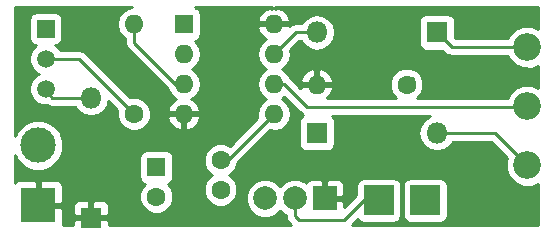
<source format=gbr>
G04 #@! TF.FileFunction,Copper,L1,Top,Signal*
%FSLAX46Y46*%
G04 Gerber Fmt 4.6, Leading zero omitted, Abs format (unit mm)*
G04 Created by KiCad (PCBNEW 4.0.7) date 01/30/18 23:47:30*
%MOMM*%
%LPD*%
G01*
G04 APERTURE LIST*
%ADD10C,0.100000*%
%ADD11R,1.600000X1.600000*%
%ADD12O,1.600000X1.600000*%
%ADD13C,1.600000*%
%ADD14R,3.000000X3.000000*%
%ADD15C,3.000000*%
%ADD16C,2.340000*%
%ADD17R,1.800000X1.800000*%
%ADD18O,1.800000X1.800000*%
%ADD19R,2.500000X2.500000*%
%ADD20R,2.000000X2.000000*%
%ADD21C,2.000000*%
%ADD22C,1.520000*%
%ADD23R,1.520000X1.520000*%
%ADD24C,0.250000*%
%ADD25C,0.254000*%
G04 APERTURE END LIST*
D10*
D11*
X115595400Y-73152000D03*
D12*
X123215400Y-80772000D03*
X115595400Y-75692000D03*
X123215400Y-78232000D03*
X115595400Y-78232000D03*
X123215400Y-75692000D03*
X115595400Y-80772000D03*
X123215400Y-73152000D03*
D13*
X118694200Y-84683600D03*
X118694200Y-87183600D03*
D11*
X113258600Y-85267800D03*
D13*
X113258600Y-87767800D03*
D14*
X103251000Y-88519000D03*
D15*
X103251000Y-83439000D03*
D13*
X111379000Y-80772000D03*
D12*
X111379000Y-73152000D03*
D13*
X134442200Y-78282800D03*
D12*
X126822200Y-78282800D03*
D16*
X144678400Y-75115400D03*
X144678400Y-80115400D03*
X144678400Y-85115400D03*
D17*
X137007600Y-73863200D03*
D18*
X126847600Y-73863200D03*
D17*
X126847600Y-82372200D03*
D18*
X137007600Y-82372200D03*
D17*
X107721400Y-89560400D03*
D18*
X107721400Y-79400400D03*
D19*
X136020000Y-88087200D03*
X132080000Y-88087200D03*
D20*
X127508000Y-87909400D03*
D21*
X124968000Y-87909400D03*
X122468000Y-87909400D03*
D22*
X103886000Y-76098400D03*
X103886000Y-78638400D03*
D23*
X103886000Y-73558400D03*
D24*
X118694200Y-84683600D02*
X119303800Y-84683600D01*
X119303800Y-84683600D02*
X123215400Y-80772000D01*
X144606000Y-80187800D02*
X126009400Y-80187800D01*
X124053600Y-78232000D02*
X126009400Y-80187800D01*
X124053600Y-78232000D02*
X123215400Y-78232000D01*
X144606000Y-80187800D02*
X144678400Y-80115400D01*
X144678400Y-75115400D02*
X138259800Y-75115400D01*
X138259800Y-75115400D02*
X137007600Y-73863200D01*
X126847600Y-73863200D02*
X125044200Y-73863200D01*
X125044200Y-73863200D02*
X123215400Y-75692000D01*
X135001000Y-77724000D02*
X134696200Y-78028800D01*
X134239000Y-78486000D02*
X134442200Y-78282800D01*
X137007600Y-82372200D02*
X141935200Y-82372200D01*
X141935200Y-82372200D02*
X144678400Y-85115400D01*
X132080000Y-88087200D02*
X130810000Y-88087200D01*
X124968000Y-89408000D02*
X124968000Y-87909400D01*
X125323600Y-89763600D02*
X124968000Y-89408000D01*
X129133600Y-89763600D02*
X125323600Y-89763600D01*
X130810000Y-88087200D02*
X129133600Y-89763600D01*
X107721400Y-79400400D02*
X104419400Y-79400400D01*
X104419400Y-79400400D02*
X103886000Y-78867000D01*
X115595400Y-78232000D02*
X114858800Y-78232000D01*
X114858800Y-78232000D02*
X111379000Y-74752200D01*
X111379000Y-74752200D02*
X111379000Y-73152000D01*
X103886000Y-76098400D02*
X106705400Y-76098400D01*
X106705400Y-76098400D02*
X111379000Y-80772000D01*
D25*
G36*
X110829849Y-71798120D02*
X110364302Y-72109189D01*
X110053233Y-72574736D01*
X109944000Y-73123887D01*
X109944000Y-73180113D01*
X110053233Y-73729264D01*
X110364302Y-74194811D01*
X110619000Y-74364995D01*
X110619000Y-74752200D01*
X110676852Y-75043039D01*
X110841599Y-75289601D01*
X114218768Y-78666770D01*
X114241520Y-78781151D01*
X114552589Y-79246698D01*
X114957103Y-79516986D01*
X114740266Y-79619611D01*
X114364359Y-80034577D01*
X114203496Y-80422961D01*
X114325485Y-80645000D01*
X115468400Y-80645000D01*
X115468400Y-80625000D01*
X115722400Y-80625000D01*
X115722400Y-80645000D01*
X116865315Y-80645000D01*
X116987304Y-80422961D01*
X116826441Y-80034577D01*
X116450534Y-79619611D01*
X116233697Y-79516986D01*
X116638211Y-79246698D01*
X116949280Y-78781151D01*
X117058513Y-78232000D01*
X116949280Y-77682849D01*
X116638211Y-77217302D01*
X116256125Y-76962000D01*
X116638211Y-76706698D01*
X116949280Y-76241151D01*
X117058513Y-75692000D01*
X116949280Y-75142849D01*
X116638211Y-74677302D01*
X116493935Y-74580899D01*
X116630717Y-74555162D01*
X116846841Y-74416090D01*
X116991831Y-74203890D01*
X117042840Y-73952000D01*
X117042840Y-72352000D01*
X116998562Y-72116683D01*
X116859490Y-71900559D01*
X116647290Y-71755569D01*
X116513125Y-71728400D01*
X123088398Y-71728400D01*
X123088398Y-71881370D01*
X122866359Y-71760086D01*
X122360266Y-71999611D01*
X121984359Y-72414577D01*
X121823496Y-72802961D01*
X121945485Y-73025000D01*
X123088400Y-73025000D01*
X123088400Y-73005000D01*
X123342400Y-73005000D01*
X123342400Y-73025000D01*
X124485315Y-73025000D01*
X124607304Y-72802961D01*
X124446441Y-72414577D01*
X124070534Y-71999611D01*
X123564441Y-71760086D01*
X123342402Y-71881370D01*
X123342402Y-71728400D01*
X145594000Y-71728400D01*
X145594000Y-73541166D01*
X145039012Y-73310714D01*
X144320938Y-73310087D01*
X143657285Y-73584303D01*
X143149088Y-74091615D01*
X143039555Y-74355400D01*
X138574602Y-74355400D01*
X138555040Y-74335838D01*
X138555040Y-72963200D01*
X138510762Y-72727883D01*
X138371690Y-72511759D01*
X138159490Y-72366769D01*
X137907600Y-72315760D01*
X136107600Y-72315760D01*
X135872283Y-72360038D01*
X135656159Y-72499110D01*
X135511169Y-72711310D01*
X135460160Y-72963200D01*
X135460160Y-74763200D01*
X135504438Y-74998517D01*
X135643510Y-75214641D01*
X135855710Y-75359631D01*
X136107600Y-75410640D01*
X137480238Y-75410640D01*
X137722399Y-75652801D01*
X137968960Y-75817548D01*
X138259800Y-75875400D01*
X143039412Y-75875400D01*
X143147303Y-76136515D01*
X143654615Y-76644712D01*
X144317788Y-76920086D01*
X145035862Y-76920713D01*
X145594000Y-76690095D01*
X145594000Y-78541166D01*
X145039012Y-78310714D01*
X144320938Y-78310087D01*
X143657285Y-78584303D01*
X143149088Y-79091615D01*
X143009492Y-79427800D01*
X135326369Y-79427800D01*
X135658024Y-79096723D01*
X135876950Y-78569491D01*
X135877448Y-77998613D01*
X135758233Y-77710091D01*
X135703148Y-77433161D01*
X135538401Y-77186599D01*
X135291839Y-77021852D01*
X135014685Y-76966722D01*
X134728891Y-76848050D01*
X134158013Y-76847552D01*
X133630400Y-77065557D01*
X133226376Y-77468877D01*
X133007450Y-77996109D01*
X133006952Y-78566987D01*
X133224957Y-79094600D01*
X133557576Y-79427800D01*
X127684028Y-79427800D01*
X128053241Y-79020223D01*
X128214104Y-78631839D01*
X128092115Y-78409800D01*
X126949200Y-78409800D01*
X126949200Y-78429800D01*
X126695200Y-78429800D01*
X126695200Y-78409800D01*
X125552285Y-78409800D01*
X125465026Y-78568624D01*
X124830163Y-77933761D01*
X125430296Y-77933761D01*
X125552285Y-78155800D01*
X126695200Y-78155800D01*
X126695200Y-77012171D01*
X126949200Y-77012171D01*
X126949200Y-78155800D01*
X128092115Y-78155800D01*
X128214104Y-77933761D01*
X128053241Y-77545377D01*
X127677334Y-77130411D01*
X127171241Y-76890886D01*
X126949200Y-77012171D01*
X126695200Y-77012171D01*
X126473159Y-76890886D01*
X125967066Y-77130411D01*
X125591159Y-77545377D01*
X125430296Y-77933761D01*
X124830163Y-77933761D01*
X124591001Y-77694599D01*
X124565944Y-77677857D01*
X124258211Y-77217302D01*
X123876125Y-76962000D01*
X124258211Y-76706698D01*
X124569280Y-76241151D01*
X124678513Y-75692000D01*
X124614088Y-75368114D01*
X125359002Y-74623200D01*
X125514688Y-74623200D01*
X125732119Y-74948609D01*
X126230109Y-75281355D01*
X126817528Y-75398200D01*
X126877672Y-75398200D01*
X127465091Y-75281355D01*
X127963081Y-74948609D01*
X128295827Y-74450619D01*
X128412672Y-73863200D01*
X128295827Y-73275781D01*
X127963081Y-72777791D01*
X127465091Y-72445045D01*
X126877672Y-72328200D01*
X126817528Y-72328200D01*
X126230109Y-72445045D01*
X125732119Y-72777791D01*
X125514688Y-73103200D01*
X125044200Y-73103200D01*
X124753361Y-73161052D01*
X124509891Y-73323733D01*
X124485315Y-73279000D01*
X123342400Y-73279000D01*
X123342400Y-73299000D01*
X123088400Y-73299000D01*
X123088400Y-73279000D01*
X121945485Y-73279000D01*
X121823496Y-73501039D01*
X121984359Y-73889423D01*
X122360266Y-74304389D01*
X122577103Y-74407014D01*
X122172589Y-74677302D01*
X121861520Y-75142849D01*
X121752287Y-75692000D01*
X121861520Y-76241151D01*
X122172589Y-76706698D01*
X122554675Y-76962000D01*
X122172589Y-77217302D01*
X121861520Y-77682849D01*
X121752287Y-78232000D01*
X121861520Y-78781151D01*
X122172589Y-79246698D01*
X122554675Y-79502000D01*
X122172589Y-79757302D01*
X121861520Y-80222849D01*
X121752287Y-80772000D01*
X121816712Y-81095886D01*
X119463395Y-83449203D01*
X118980891Y-83248850D01*
X118410013Y-83248352D01*
X117882400Y-83466357D01*
X117478376Y-83869677D01*
X117259450Y-84396909D01*
X117258952Y-84967787D01*
X117476957Y-85495400D01*
X117880277Y-85899424D01*
X117962131Y-85933413D01*
X117882400Y-85966357D01*
X117478376Y-86369677D01*
X117259450Y-86896909D01*
X117258952Y-87467787D01*
X117476957Y-87995400D01*
X117880277Y-88399424D01*
X118407509Y-88618350D01*
X118978387Y-88618848D01*
X119506000Y-88400843D01*
X119910024Y-87997523D01*
X120128950Y-87470291D01*
X120129448Y-86899413D01*
X119911443Y-86371800D01*
X119508123Y-85967776D01*
X119426269Y-85933787D01*
X119506000Y-85900843D01*
X119910024Y-85497523D01*
X120128950Y-84970291D01*
X120128982Y-84933220D01*
X122910298Y-82151904D01*
X123187287Y-82207000D01*
X123243513Y-82207000D01*
X123792664Y-82097767D01*
X124258211Y-81786698D01*
X124569280Y-81321151D01*
X124678513Y-80772000D01*
X124569280Y-80222849D01*
X124258211Y-79757302D01*
X123876125Y-79502000D01*
X124099526Y-79352728D01*
X125471999Y-80725201D01*
X125699539Y-80877238D01*
X125496159Y-81008110D01*
X125351169Y-81220310D01*
X125300160Y-81472200D01*
X125300160Y-83272200D01*
X125344438Y-83507517D01*
X125483510Y-83723641D01*
X125695710Y-83868631D01*
X125947600Y-83919640D01*
X127747600Y-83919640D01*
X127982917Y-83875362D01*
X128199041Y-83736290D01*
X128344031Y-83524090D01*
X128395040Y-83272200D01*
X128395040Y-81472200D01*
X128350762Y-81236883D01*
X128211690Y-81020759D01*
X128104911Y-80947800D01*
X136421505Y-80947800D01*
X136390109Y-80954045D01*
X135892119Y-81286791D01*
X135559373Y-81784781D01*
X135442528Y-82372200D01*
X135559373Y-82959619D01*
X135892119Y-83457609D01*
X136390109Y-83790355D01*
X136977528Y-83907200D01*
X137037672Y-83907200D01*
X137625091Y-83790355D01*
X138123081Y-83457609D01*
X138340512Y-83132200D01*
X141620398Y-83132200D01*
X142982060Y-84493862D01*
X142873714Y-84754788D01*
X142873087Y-85472862D01*
X143147303Y-86136515D01*
X143654615Y-86644712D01*
X144317788Y-86920086D01*
X145035862Y-86920713D01*
X145594000Y-86690095D01*
X145594000Y-90145800D01*
X129826202Y-90145800D01*
X130294436Y-89677566D01*
X130365910Y-89788641D01*
X130578110Y-89933631D01*
X130830000Y-89984640D01*
X133330000Y-89984640D01*
X133565317Y-89940362D01*
X133781441Y-89801290D01*
X133926431Y-89589090D01*
X133977440Y-89337200D01*
X133977440Y-86837200D01*
X134122560Y-86837200D01*
X134122560Y-89337200D01*
X134166838Y-89572517D01*
X134305910Y-89788641D01*
X134518110Y-89933631D01*
X134770000Y-89984640D01*
X137270000Y-89984640D01*
X137505317Y-89940362D01*
X137721441Y-89801290D01*
X137866431Y-89589090D01*
X137917440Y-89337200D01*
X137917440Y-86837200D01*
X137873162Y-86601883D01*
X137734090Y-86385759D01*
X137521890Y-86240769D01*
X137270000Y-86189760D01*
X134770000Y-86189760D01*
X134534683Y-86234038D01*
X134318559Y-86373110D01*
X134173569Y-86585310D01*
X134122560Y-86837200D01*
X133977440Y-86837200D01*
X133933162Y-86601883D01*
X133794090Y-86385759D01*
X133581890Y-86240769D01*
X133330000Y-86189760D01*
X130830000Y-86189760D01*
X130594683Y-86234038D01*
X130378559Y-86373110D01*
X130233569Y-86585310D01*
X130182560Y-86837200D01*
X130182560Y-87639838D01*
X129143000Y-88679398D01*
X129143000Y-88195150D01*
X128984250Y-88036400D01*
X127635000Y-88036400D01*
X127635000Y-88056400D01*
X127381000Y-88056400D01*
X127381000Y-88036400D01*
X127361000Y-88036400D01*
X127361000Y-87782400D01*
X127381000Y-87782400D01*
X127381000Y-86433150D01*
X127635000Y-86433150D01*
X127635000Y-87782400D01*
X128984250Y-87782400D01*
X129143000Y-87623650D01*
X129143000Y-86783090D01*
X129046327Y-86549701D01*
X128867698Y-86371073D01*
X128634309Y-86274400D01*
X127793750Y-86274400D01*
X127635000Y-86433150D01*
X127381000Y-86433150D01*
X127222250Y-86274400D01*
X126381691Y-86274400D01*
X126148302Y-86371073D01*
X125969673Y-86549701D01*
X125955369Y-86584233D01*
X125895363Y-86524122D01*
X125294648Y-86274684D01*
X124644205Y-86274116D01*
X124043057Y-86522506D01*
X123717836Y-86847159D01*
X123395363Y-86524122D01*
X122794648Y-86274684D01*
X122144205Y-86274116D01*
X121543057Y-86522506D01*
X121082722Y-86982037D01*
X120833284Y-87582752D01*
X120832716Y-88233195D01*
X121081106Y-88834343D01*
X121540637Y-89294678D01*
X122141352Y-89544116D01*
X122791795Y-89544684D01*
X123392943Y-89296294D01*
X123718164Y-88971641D01*
X124040637Y-89294678D01*
X124208000Y-89364173D01*
X124208000Y-89408000D01*
X124265852Y-89698839D01*
X124430599Y-89945401D01*
X124630998Y-90145800D01*
X109256400Y-90145800D01*
X109256400Y-89846150D01*
X109097650Y-89687400D01*
X107848400Y-89687400D01*
X107848400Y-89707400D01*
X107594400Y-89707400D01*
X107594400Y-89687400D01*
X106345150Y-89687400D01*
X106186400Y-89846150D01*
X106186400Y-90145800D01*
X105385797Y-90145800D01*
X105386000Y-90145309D01*
X105386000Y-88804750D01*
X105227250Y-88646000D01*
X103378000Y-88646000D01*
X103378000Y-88666000D01*
X103124000Y-88666000D01*
X103124000Y-88646000D01*
X103104000Y-88646000D01*
X103104000Y-88534091D01*
X106186400Y-88534091D01*
X106186400Y-89274650D01*
X106345150Y-89433400D01*
X107594400Y-89433400D01*
X107594400Y-88184150D01*
X107848400Y-88184150D01*
X107848400Y-89433400D01*
X109097650Y-89433400D01*
X109256400Y-89274650D01*
X109256400Y-88534091D01*
X109159727Y-88300702D01*
X108981099Y-88122073D01*
X108747710Y-88025400D01*
X108007150Y-88025400D01*
X107848400Y-88184150D01*
X107594400Y-88184150D01*
X107435650Y-88025400D01*
X106695090Y-88025400D01*
X106461701Y-88122073D01*
X106283073Y-88300702D01*
X106186400Y-88534091D01*
X103104000Y-88534091D01*
X103104000Y-88392000D01*
X103124000Y-88392000D01*
X103124000Y-86542750D01*
X103378000Y-86542750D01*
X103378000Y-88392000D01*
X105227250Y-88392000D01*
X105386000Y-88233250D01*
X105386000Y-86892691D01*
X105289327Y-86659302D01*
X105110699Y-86480673D01*
X104877310Y-86384000D01*
X103536750Y-86384000D01*
X103378000Y-86542750D01*
X103124000Y-86542750D01*
X102965250Y-86384000D01*
X101624690Y-86384000D01*
X101391301Y-86480673D01*
X101268600Y-86603375D01*
X101268600Y-84232030D01*
X101439980Y-84646800D01*
X102040041Y-85247909D01*
X102824459Y-85573628D01*
X103673815Y-85574370D01*
X104458800Y-85250020D01*
X105059909Y-84649959D01*
X105135548Y-84467800D01*
X111811160Y-84467800D01*
X111811160Y-86067800D01*
X111855438Y-86303117D01*
X111994510Y-86519241D01*
X112206710Y-86664231D01*
X112311641Y-86685480D01*
X112042776Y-86953877D01*
X111823850Y-87481109D01*
X111823352Y-88051987D01*
X112041357Y-88579600D01*
X112444677Y-88983624D01*
X112971909Y-89202550D01*
X113542787Y-89203048D01*
X114070400Y-88985043D01*
X114474424Y-88581723D01*
X114693350Y-88054491D01*
X114693848Y-87483613D01*
X114475843Y-86956000D01*
X114207528Y-86687217D01*
X114293917Y-86670962D01*
X114510041Y-86531890D01*
X114655031Y-86319690D01*
X114706040Y-86067800D01*
X114706040Y-84467800D01*
X114661762Y-84232483D01*
X114522690Y-84016359D01*
X114310490Y-83871369D01*
X114058600Y-83820360D01*
X112458600Y-83820360D01*
X112223283Y-83864638D01*
X112007159Y-84003710D01*
X111862169Y-84215910D01*
X111811160Y-84467800D01*
X105135548Y-84467800D01*
X105385628Y-83865541D01*
X105386370Y-83016185D01*
X105062020Y-82231200D01*
X104461959Y-81630091D01*
X103677541Y-81304372D01*
X102828185Y-81303630D01*
X102043200Y-81627980D01*
X101442091Y-82228041D01*
X101268600Y-82645853D01*
X101268600Y-72798400D01*
X102478560Y-72798400D01*
X102478560Y-74318400D01*
X102522838Y-74553717D01*
X102661910Y-74769841D01*
X102874110Y-74914831D01*
X103059480Y-74952369D01*
X102704066Y-75307164D01*
X102491242Y-75819700D01*
X102490758Y-76374665D01*
X102702687Y-76887572D01*
X103094764Y-77280334D01*
X103306738Y-77368354D01*
X103096828Y-77455087D01*
X102704066Y-77847164D01*
X102491242Y-78359700D01*
X102490758Y-78914665D01*
X102702687Y-79427572D01*
X103094764Y-79820334D01*
X103607300Y-80033158D01*
X104025257Y-80033523D01*
X104128561Y-80102548D01*
X104419400Y-80160400D01*
X106398466Y-80160400D01*
X106635991Y-80515881D01*
X107133981Y-80848627D01*
X107721400Y-80965472D01*
X108308819Y-80848627D01*
X108806809Y-80515881D01*
X109139555Y-80017891D01*
X109207667Y-79675470D01*
X109965744Y-80433546D01*
X109944250Y-80485309D01*
X109943752Y-81056187D01*
X110161757Y-81583800D01*
X110565077Y-81987824D01*
X111092309Y-82206750D01*
X111663187Y-82207248D01*
X112190800Y-81989243D01*
X112594824Y-81585923D01*
X112787860Y-81121039D01*
X114203496Y-81121039D01*
X114364359Y-81509423D01*
X114740266Y-81924389D01*
X115246359Y-82163914D01*
X115468400Y-82042629D01*
X115468400Y-80899000D01*
X115722400Y-80899000D01*
X115722400Y-82042629D01*
X115944441Y-82163914D01*
X116450534Y-81924389D01*
X116826441Y-81509423D01*
X116987304Y-81121039D01*
X116865315Y-80899000D01*
X115722400Y-80899000D01*
X115468400Y-80899000D01*
X114325485Y-80899000D01*
X114203496Y-81121039D01*
X112787860Y-81121039D01*
X112813750Y-81058691D01*
X112814248Y-80487813D01*
X112596243Y-79960200D01*
X112192923Y-79556176D01*
X111665691Y-79337250D01*
X111094813Y-79336752D01*
X111040851Y-79359048D01*
X107242801Y-75560999D01*
X106996239Y-75396252D01*
X106705400Y-75338400D01*
X105081367Y-75338400D01*
X105069313Y-75309228D01*
X104713790Y-74953084D01*
X104881317Y-74921562D01*
X105097441Y-74782490D01*
X105242431Y-74570290D01*
X105293440Y-74318400D01*
X105293440Y-72798400D01*
X105249162Y-72563083D01*
X105110090Y-72346959D01*
X104897890Y-72201969D01*
X104646000Y-72150960D01*
X103126000Y-72150960D01*
X102890683Y-72195238D01*
X102674559Y-72334310D01*
X102529569Y-72546510D01*
X102478560Y-72798400D01*
X101268600Y-72798400D01*
X101268600Y-71728400D01*
X111180355Y-71728400D01*
X110829849Y-71798120D01*
X110829849Y-71798120D01*
G37*
X110829849Y-71798120D02*
X110364302Y-72109189D01*
X110053233Y-72574736D01*
X109944000Y-73123887D01*
X109944000Y-73180113D01*
X110053233Y-73729264D01*
X110364302Y-74194811D01*
X110619000Y-74364995D01*
X110619000Y-74752200D01*
X110676852Y-75043039D01*
X110841599Y-75289601D01*
X114218768Y-78666770D01*
X114241520Y-78781151D01*
X114552589Y-79246698D01*
X114957103Y-79516986D01*
X114740266Y-79619611D01*
X114364359Y-80034577D01*
X114203496Y-80422961D01*
X114325485Y-80645000D01*
X115468400Y-80645000D01*
X115468400Y-80625000D01*
X115722400Y-80625000D01*
X115722400Y-80645000D01*
X116865315Y-80645000D01*
X116987304Y-80422961D01*
X116826441Y-80034577D01*
X116450534Y-79619611D01*
X116233697Y-79516986D01*
X116638211Y-79246698D01*
X116949280Y-78781151D01*
X117058513Y-78232000D01*
X116949280Y-77682849D01*
X116638211Y-77217302D01*
X116256125Y-76962000D01*
X116638211Y-76706698D01*
X116949280Y-76241151D01*
X117058513Y-75692000D01*
X116949280Y-75142849D01*
X116638211Y-74677302D01*
X116493935Y-74580899D01*
X116630717Y-74555162D01*
X116846841Y-74416090D01*
X116991831Y-74203890D01*
X117042840Y-73952000D01*
X117042840Y-72352000D01*
X116998562Y-72116683D01*
X116859490Y-71900559D01*
X116647290Y-71755569D01*
X116513125Y-71728400D01*
X123088398Y-71728400D01*
X123088398Y-71881370D01*
X122866359Y-71760086D01*
X122360266Y-71999611D01*
X121984359Y-72414577D01*
X121823496Y-72802961D01*
X121945485Y-73025000D01*
X123088400Y-73025000D01*
X123088400Y-73005000D01*
X123342400Y-73005000D01*
X123342400Y-73025000D01*
X124485315Y-73025000D01*
X124607304Y-72802961D01*
X124446441Y-72414577D01*
X124070534Y-71999611D01*
X123564441Y-71760086D01*
X123342402Y-71881370D01*
X123342402Y-71728400D01*
X145594000Y-71728400D01*
X145594000Y-73541166D01*
X145039012Y-73310714D01*
X144320938Y-73310087D01*
X143657285Y-73584303D01*
X143149088Y-74091615D01*
X143039555Y-74355400D01*
X138574602Y-74355400D01*
X138555040Y-74335838D01*
X138555040Y-72963200D01*
X138510762Y-72727883D01*
X138371690Y-72511759D01*
X138159490Y-72366769D01*
X137907600Y-72315760D01*
X136107600Y-72315760D01*
X135872283Y-72360038D01*
X135656159Y-72499110D01*
X135511169Y-72711310D01*
X135460160Y-72963200D01*
X135460160Y-74763200D01*
X135504438Y-74998517D01*
X135643510Y-75214641D01*
X135855710Y-75359631D01*
X136107600Y-75410640D01*
X137480238Y-75410640D01*
X137722399Y-75652801D01*
X137968960Y-75817548D01*
X138259800Y-75875400D01*
X143039412Y-75875400D01*
X143147303Y-76136515D01*
X143654615Y-76644712D01*
X144317788Y-76920086D01*
X145035862Y-76920713D01*
X145594000Y-76690095D01*
X145594000Y-78541166D01*
X145039012Y-78310714D01*
X144320938Y-78310087D01*
X143657285Y-78584303D01*
X143149088Y-79091615D01*
X143009492Y-79427800D01*
X135326369Y-79427800D01*
X135658024Y-79096723D01*
X135876950Y-78569491D01*
X135877448Y-77998613D01*
X135758233Y-77710091D01*
X135703148Y-77433161D01*
X135538401Y-77186599D01*
X135291839Y-77021852D01*
X135014685Y-76966722D01*
X134728891Y-76848050D01*
X134158013Y-76847552D01*
X133630400Y-77065557D01*
X133226376Y-77468877D01*
X133007450Y-77996109D01*
X133006952Y-78566987D01*
X133224957Y-79094600D01*
X133557576Y-79427800D01*
X127684028Y-79427800D01*
X128053241Y-79020223D01*
X128214104Y-78631839D01*
X128092115Y-78409800D01*
X126949200Y-78409800D01*
X126949200Y-78429800D01*
X126695200Y-78429800D01*
X126695200Y-78409800D01*
X125552285Y-78409800D01*
X125465026Y-78568624D01*
X124830163Y-77933761D01*
X125430296Y-77933761D01*
X125552285Y-78155800D01*
X126695200Y-78155800D01*
X126695200Y-77012171D01*
X126949200Y-77012171D01*
X126949200Y-78155800D01*
X128092115Y-78155800D01*
X128214104Y-77933761D01*
X128053241Y-77545377D01*
X127677334Y-77130411D01*
X127171241Y-76890886D01*
X126949200Y-77012171D01*
X126695200Y-77012171D01*
X126473159Y-76890886D01*
X125967066Y-77130411D01*
X125591159Y-77545377D01*
X125430296Y-77933761D01*
X124830163Y-77933761D01*
X124591001Y-77694599D01*
X124565944Y-77677857D01*
X124258211Y-77217302D01*
X123876125Y-76962000D01*
X124258211Y-76706698D01*
X124569280Y-76241151D01*
X124678513Y-75692000D01*
X124614088Y-75368114D01*
X125359002Y-74623200D01*
X125514688Y-74623200D01*
X125732119Y-74948609D01*
X126230109Y-75281355D01*
X126817528Y-75398200D01*
X126877672Y-75398200D01*
X127465091Y-75281355D01*
X127963081Y-74948609D01*
X128295827Y-74450619D01*
X128412672Y-73863200D01*
X128295827Y-73275781D01*
X127963081Y-72777791D01*
X127465091Y-72445045D01*
X126877672Y-72328200D01*
X126817528Y-72328200D01*
X126230109Y-72445045D01*
X125732119Y-72777791D01*
X125514688Y-73103200D01*
X125044200Y-73103200D01*
X124753361Y-73161052D01*
X124509891Y-73323733D01*
X124485315Y-73279000D01*
X123342400Y-73279000D01*
X123342400Y-73299000D01*
X123088400Y-73299000D01*
X123088400Y-73279000D01*
X121945485Y-73279000D01*
X121823496Y-73501039D01*
X121984359Y-73889423D01*
X122360266Y-74304389D01*
X122577103Y-74407014D01*
X122172589Y-74677302D01*
X121861520Y-75142849D01*
X121752287Y-75692000D01*
X121861520Y-76241151D01*
X122172589Y-76706698D01*
X122554675Y-76962000D01*
X122172589Y-77217302D01*
X121861520Y-77682849D01*
X121752287Y-78232000D01*
X121861520Y-78781151D01*
X122172589Y-79246698D01*
X122554675Y-79502000D01*
X122172589Y-79757302D01*
X121861520Y-80222849D01*
X121752287Y-80772000D01*
X121816712Y-81095886D01*
X119463395Y-83449203D01*
X118980891Y-83248850D01*
X118410013Y-83248352D01*
X117882400Y-83466357D01*
X117478376Y-83869677D01*
X117259450Y-84396909D01*
X117258952Y-84967787D01*
X117476957Y-85495400D01*
X117880277Y-85899424D01*
X117962131Y-85933413D01*
X117882400Y-85966357D01*
X117478376Y-86369677D01*
X117259450Y-86896909D01*
X117258952Y-87467787D01*
X117476957Y-87995400D01*
X117880277Y-88399424D01*
X118407509Y-88618350D01*
X118978387Y-88618848D01*
X119506000Y-88400843D01*
X119910024Y-87997523D01*
X120128950Y-87470291D01*
X120129448Y-86899413D01*
X119911443Y-86371800D01*
X119508123Y-85967776D01*
X119426269Y-85933787D01*
X119506000Y-85900843D01*
X119910024Y-85497523D01*
X120128950Y-84970291D01*
X120128982Y-84933220D01*
X122910298Y-82151904D01*
X123187287Y-82207000D01*
X123243513Y-82207000D01*
X123792664Y-82097767D01*
X124258211Y-81786698D01*
X124569280Y-81321151D01*
X124678513Y-80772000D01*
X124569280Y-80222849D01*
X124258211Y-79757302D01*
X123876125Y-79502000D01*
X124099526Y-79352728D01*
X125471999Y-80725201D01*
X125699539Y-80877238D01*
X125496159Y-81008110D01*
X125351169Y-81220310D01*
X125300160Y-81472200D01*
X125300160Y-83272200D01*
X125344438Y-83507517D01*
X125483510Y-83723641D01*
X125695710Y-83868631D01*
X125947600Y-83919640D01*
X127747600Y-83919640D01*
X127982917Y-83875362D01*
X128199041Y-83736290D01*
X128344031Y-83524090D01*
X128395040Y-83272200D01*
X128395040Y-81472200D01*
X128350762Y-81236883D01*
X128211690Y-81020759D01*
X128104911Y-80947800D01*
X136421505Y-80947800D01*
X136390109Y-80954045D01*
X135892119Y-81286791D01*
X135559373Y-81784781D01*
X135442528Y-82372200D01*
X135559373Y-82959619D01*
X135892119Y-83457609D01*
X136390109Y-83790355D01*
X136977528Y-83907200D01*
X137037672Y-83907200D01*
X137625091Y-83790355D01*
X138123081Y-83457609D01*
X138340512Y-83132200D01*
X141620398Y-83132200D01*
X142982060Y-84493862D01*
X142873714Y-84754788D01*
X142873087Y-85472862D01*
X143147303Y-86136515D01*
X143654615Y-86644712D01*
X144317788Y-86920086D01*
X145035862Y-86920713D01*
X145594000Y-86690095D01*
X145594000Y-90145800D01*
X129826202Y-90145800D01*
X130294436Y-89677566D01*
X130365910Y-89788641D01*
X130578110Y-89933631D01*
X130830000Y-89984640D01*
X133330000Y-89984640D01*
X133565317Y-89940362D01*
X133781441Y-89801290D01*
X133926431Y-89589090D01*
X133977440Y-89337200D01*
X133977440Y-86837200D01*
X134122560Y-86837200D01*
X134122560Y-89337200D01*
X134166838Y-89572517D01*
X134305910Y-89788641D01*
X134518110Y-89933631D01*
X134770000Y-89984640D01*
X137270000Y-89984640D01*
X137505317Y-89940362D01*
X137721441Y-89801290D01*
X137866431Y-89589090D01*
X137917440Y-89337200D01*
X137917440Y-86837200D01*
X137873162Y-86601883D01*
X137734090Y-86385759D01*
X137521890Y-86240769D01*
X137270000Y-86189760D01*
X134770000Y-86189760D01*
X134534683Y-86234038D01*
X134318559Y-86373110D01*
X134173569Y-86585310D01*
X134122560Y-86837200D01*
X133977440Y-86837200D01*
X133933162Y-86601883D01*
X133794090Y-86385759D01*
X133581890Y-86240769D01*
X133330000Y-86189760D01*
X130830000Y-86189760D01*
X130594683Y-86234038D01*
X130378559Y-86373110D01*
X130233569Y-86585310D01*
X130182560Y-86837200D01*
X130182560Y-87639838D01*
X129143000Y-88679398D01*
X129143000Y-88195150D01*
X128984250Y-88036400D01*
X127635000Y-88036400D01*
X127635000Y-88056400D01*
X127381000Y-88056400D01*
X127381000Y-88036400D01*
X127361000Y-88036400D01*
X127361000Y-87782400D01*
X127381000Y-87782400D01*
X127381000Y-86433150D01*
X127635000Y-86433150D01*
X127635000Y-87782400D01*
X128984250Y-87782400D01*
X129143000Y-87623650D01*
X129143000Y-86783090D01*
X129046327Y-86549701D01*
X128867698Y-86371073D01*
X128634309Y-86274400D01*
X127793750Y-86274400D01*
X127635000Y-86433150D01*
X127381000Y-86433150D01*
X127222250Y-86274400D01*
X126381691Y-86274400D01*
X126148302Y-86371073D01*
X125969673Y-86549701D01*
X125955369Y-86584233D01*
X125895363Y-86524122D01*
X125294648Y-86274684D01*
X124644205Y-86274116D01*
X124043057Y-86522506D01*
X123717836Y-86847159D01*
X123395363Y-86524122D01*
X122794648Y-86274684D01*
X122144205Y-86274116D01*
X121543057Y-86522506D01*
X121082722Y-86982037D01*
X120833284Y-87582752D01*
X120832716Y-88233195D01*
X121081106Y-88834343D01*
X121540637Y-89294678D01*
X122141352Y-89544116D01*
X122791795Y-89544684D01*
X123392943Y-89296294D01*
X123718164Y-88971641D01*
X124040637Y-89294678D01*
X124208000Y-89364173D01*
X124208000Y-89408000D01*
X124265852Y-89698839D01*
X124430599Y-89945401D01*
X124630998Y-90145800D01*
X109256400Y-90145800D01*
X109256400Y-89846150D01*
X109097650Y-89687400D01*
X107848400Y-89687400D01*
X107848400Y-89707400D01*
X107594400Y-89707400D01*
X107594400Y-89687400D01*
X106345150Y-89687400D01*
X106186400Y-89846150D01*
X106186400Y-90145800D01*
X105385797Y-90145800D01*
X105386000Y-90145309D01*
X105386000Y-88804750D01*
X105227250Y-88646000D01*
X103378000Y-88646000D01*
X103378000Y-88666000D01*
X103124000Y-88666000D01*
X103124000Y-88646000D01*
X103104000Y-88646000D01*
X103104000Y-88534091D01*
X106186400Y-88534091D01*
X106186400Y-89274650D01*
X106345150Y-89433400D01*
X107594400Y-89433400D01*
X107594400Y-88184150D01*
X107848400Y-88184150D01*
X107848400Y-89433400D01*
X109097650Y-89433400D01*
X109256400Y-89274650D01*
X109256400Y-88534091D01*
X109159727Y-88300702D01*
X108981099Y-88122073D01*
X108747710Y-88025400D01*
X108007150Y-88025400D01*
X107848400Y-88184150D01*
X107594400Y-88184150D01*
X107435650Y-88025400D01*
X106695090Y-88025400D01*
X106461701Y-88122073D01*
X106283073Y-88300702D01*
X106186400Y-88534091D01*
X103104000Y-88534091D01*
X103104000Y-88392000D01*
X103124000Y-88392000D01*
X103124000Y-86542750D01*
X103378000Y-86542750D01*
X103378000Y-88392000D01*
X105227250Y-88392000D01*
X105386000Y-88233250D01*
X105386000Y-86892691D01*
X105289327Y-86659302D01*
X105110699Y-86480673D01*
X104877310Y-86384000D01*
X103536750Y-86384000D01*
X103378000Y-86542750D01*
X103124000Y-86542750D01*
X102965250Y-86384000D01*
X101624690Y-86384000D01*
X101391301Y-86480673D01*
X101268600Y-86603375D01*
X101268600Y-84232030D01*
X101439980Y-84646800D01*
X102040041Y-85247909D01*
X102824459Y-85573628D01*
X103673815Y-85574370D01*
X104458800Y-85250020D01*
X105059909Y-84649959D01*
X105135548Y-84467800D01*
X111811160Y-84467800D01*
X111811160Y-86067800D01*
X111855438Y-86303117D01*
X111994510Y-86519241D01*
X112206710Y-86664231D01*
X112311641Y-86685480D01*
X112042776Y-86953877D01*
X111823850Y-87481109D01*
X111823352Y-88051987D01*
X112041357Y-88579600D01*
X112444677Y-88983624D01*
X112971909Y-89202550D01*
X113542787Y-89203048D01*
X114070400Y-88985043D01*
X114474424Y-88581723D01*
X114693350Y-88054491D01*
X114693848Y-87483613D01*
X114475843Y-86956000D01*
X114207528Y-86687217D01*
X114293917Y-86670962D01*
X114510041Y-86531890D01*
X114655031Y-86319690D01*
X114706040Y-86067800D01*
X114706040Y-84467800D01*
X114661762Y-84232483D01*
X114522690Y-84016359D01*
X114310490Y-83871369D01*
X114058600Y-83820360D01*
X112458600Y-83820360D01*
X112223283Y-83864638D01*
X112007159Y-84003710D01*
X111862169Y-84215910D01*
X111811160Y-84467800D01*
X105135548Y-84467800D01*
X105385628Y-83865541D01*
X105386370Y-83016185D01*
X105062020Y-82231200D01*
X104461959Y-81630091D01*
X103677541Y-81304372D01*
X102828185Y-81303630D01*
X102043200Y-81627980D01*
X101442091Y-82228041D01*
X101268600Y-82645853D01*
X101268600Y-72798400D01*
X102478560Y-72798400D01*
X102478560Y-74318400D01*
X102522838Y-74553717D01*
X102661910Y-74769841D01*
X102874110Y-74914831D01*
X103059480Y-74952369D01*
X102704066Y-75307164D01*
X102491242Y-75819700D01*
X102490758Y-76374665D01*
X102702687Y-76887572D01*
X103094764Y-77280334D01*
X103306738Y-77368354D01*
X103096828Y-77455087D01*
X102704066Y-77847164D01*
X102491242Y-78359700D01*
X102490758Y-78914665D01*
X102702687Y-79427572D01*
X103094764Y-79820334D01*
X103607300Y-80033158D01*
X104025257Y-80033523D01*
X104128561Y-80102548D01*
X104419400Y-80160400D01*
X106398466Y-80160400D01*
X106635991Y-80515881D01*
X107133981Y-80848627D01*
X107721400Y-80965472D01*
X108308819Y-80848627D01*
X108806809Y-80515881D01*
X109139555Y-80017891D01*
X109207667Y-79675470D01*
X109965744Y-80433546D01*
X109944250Y-80485309D01*
X109943752Y-81056187D01*
X110161757Y-81583800D01*
X110565077Y-81987824D01*
X111092309Y-82206750D01*
X111663187Y-82207248D01*
X112190800Y-81989243D01*
X112594824Y-81585923D01*
X112787860Y-81121039D01*
X114203496Y-81121039D01*
X114364359Y-81509423D01*
X114740266Y-81924389D01*
X115246359Y-82163914D01*
X115468400Y-82042629D01*
X115468400Y-80899000D01*
X115722400Y-80899000D01*
X115722400Y-82042629D01*
X115944441Y-82163914D01*
X116450534Y-81924389D01*
X116826441Y-81509423D01*
X116987304Y-81121039D01*
X116865315Y-80899000D01*
X115722400Y-80899000D01*
X115468400Y-80899000D01*
X114325485Y-80899000D01*
X114203496Y-81121039D01*
X112787860Y-81121039D01*
X112813750Y-81058691D01*
X112814248Y-80487813D01*
X112596243Y-79960200D01*
X112192923Y-79556176D01*
X111665691Y-79337250D01*
X111094813Y-79336752D01*
X111040851Y-79359048D01*
X107242801Y-75560999D01*
X106996239Y-75396252D01*
X106705400Y-75338400D01*
X105081367Y-75338400D01*
X105069313Y-75309228D01*
X104713790Y-74953084D01*
X104881317Y-74921562D01*
X105097441Y-74782490D01*
X105242431Y-74570290D01*
X105293440Y-74318400D01*
X105293440Y-72798400D01*
X105249162Y-72563083D01*
X105110090Y-72346959D01*
X104897890Y-72201969D01*
X104646000Y-72150960D01*
X103126000Y-72150960D01*
X102890683Y-72195238D01*
X102674559Y-72334310D01*
X102529569Y-72546510D01*
X102478560Y-72798400D01*
X101268600Y-72798400D01*
X101268600Y-71728400D01*
X111180355Y-71728400D01*
X110829849Y-71798120D01*
M02*

</source>
